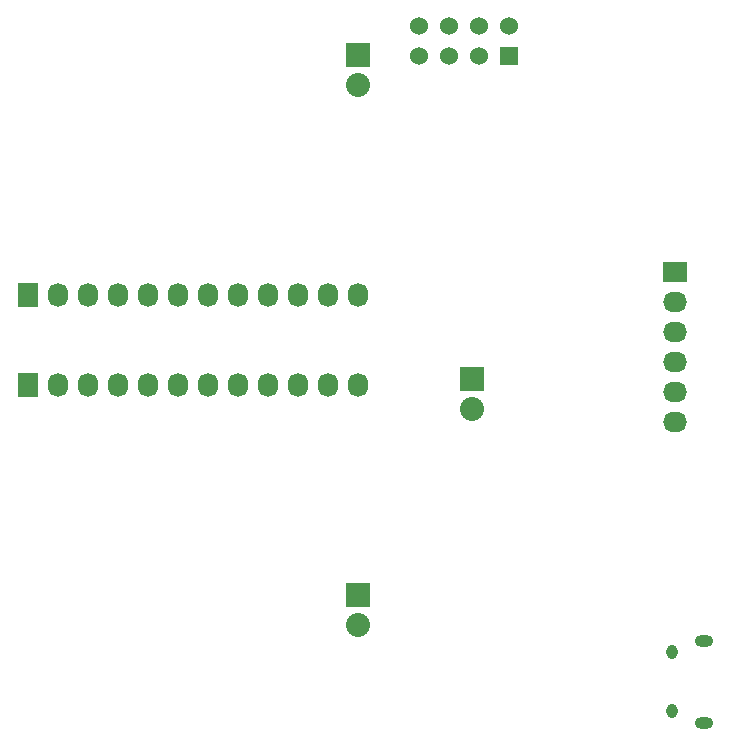
<source format=gbs>
G04 #@! TF.FileFunction,Soldermask,Bot*
%FSLAX46Y46*%
G04 Gerber Fmt 4.6, Leading zero omitted, Abs format (unit mm)*
G04 Created by KiCad (PCBNEW (2014-12-16 BZR 5324)-product) date Monday, 27 April 2015 11:22:56 am*
%MOMM*%
G01*
G04 APERTURE LIST*
%ADD10C,0.100000*%
%ADD11R,1.727200X2.032000*%
%ADD12O,1.727200X2.032000*%
%ADD13R,2.032000X2.032000*%
%ADD14O,2.032000X2.032000*%
%ADD15R,2.032000X1.727200*%
%ADD16O,2.032000X1.727200*%
%ADD17O,0.950000X1.250000*%
%ADD18O,1.550000X1.000000*%
%ADD19R,1.524000X1.524000*%
%ADD20C,1.524000*%
G04 APERTURE END LIST*
D10*
D11*
X81280000Y-81280000D03*
D12*
X83820000Y-81280000D03*
X86360000Y-81280000D03*
X88900000Y-81280000D03*
X91440000Y-81280000D03*
X93980000Y-81280000D03*
X96520000Y-81280000D03*
X99060000Y-81280000D03*
X101600000Y-81280000D03*
X104140000Y-81280000D03*
X106680000Y-81280000D03*
X109220000Y-81280000D03*
D13*
X118922800Y-88442800D03*
D14*
X118922800Y-90982800D03*
D15*
X136093200Y-79349600D03*
D16*
X136093200Y-81889600D03*
X136093200Y-84429600D03*
X136093200Y-86969600D03*
X136093200Y-89509600D03*
X136093200Y-92049600D03*
D11*
X81280000Y-88900000D03*
D12*
X83820000Y-88900000D03*
X86360000Y-88900000D03*
X88900000Y-88900000D03*
X91440000Y-88900000D03*
X93980000Y-88900000D03*
X96520000Y-88900000D03*
X99060000Y-88900000D03*
X101600000Y-88900000D03*
X104140000Y-88900000D03*
X106680000Y-88900000D03*
X109220000Y-88900000D03*
D13*
X109220000Y-60960000D03*
D14*
X109220000Y-63500000D03*
D13*
X109220000Y-106680000D03*
D14*
X109220000Y-109220000D03*
D17*
X135826500Y-116579500D03*
X135826500Y-111579500D03*
D18*
X138526500Y-117579500D03*
X138526500Y-110579500D03*
D19*
X122045000Y-61105000D03*
D20*
X119505000Y-61105000D03*
X116965000Y-61105000D03*
X114425000Y-61105000D03*
X122045000Y-58565000D03*
X119505000Y-58565000D03*
X116965000Y-58565000D03*
X114425000Y-58565000D03*
M02*

</source>
